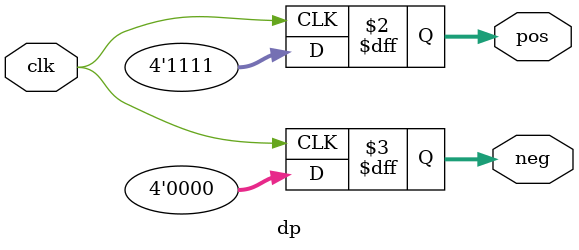
<source format=v>
module dp(pos,neg,clk);
input clk;
output reg[3:0] pos,neg;
always@(posedge clk)
	begin
	pos <= 4'b1111;
	neg <= 4'b0000;
	end
	
endmodule
</source>
